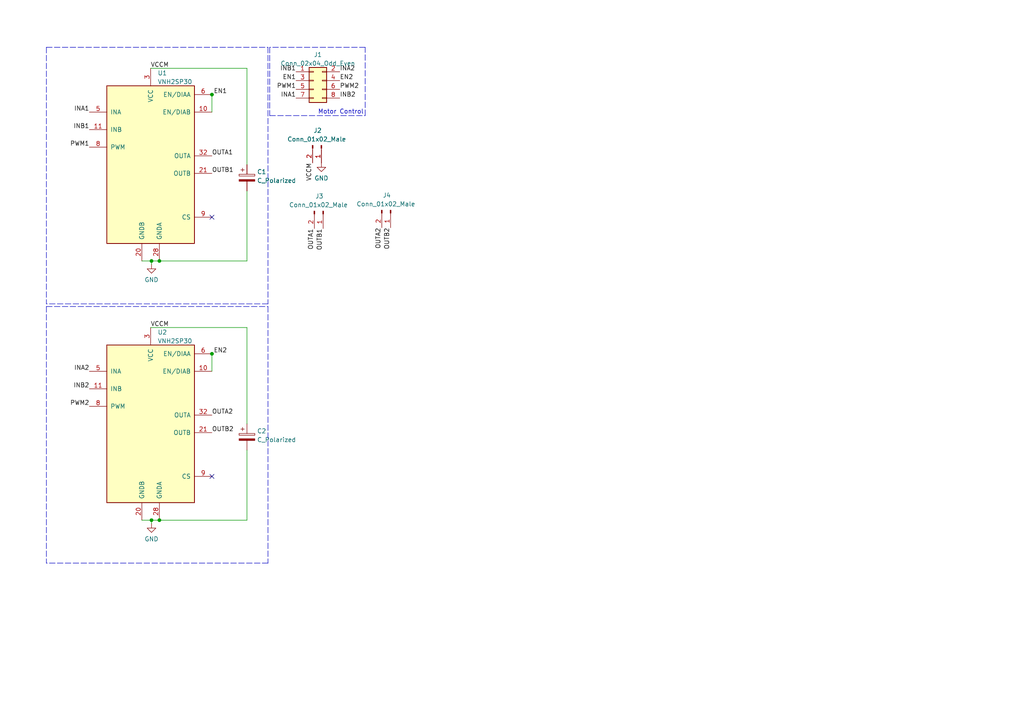
<source format=kicad_sch>
(kicad_sch (version 20211123) (generator eeschema)
  (paper "A4")
  (lib_symbols
    (symbol "Connector:Conn_01x02_Male" (pin_names (offset 1.016) hide)
      (property "Reference" "J" (at 0 2.54 0))
      (property "Value" "Conn_01x02_Male" (at 0 -5.08 0))
      (symbol "Conn_01x02_Male_1_1"
        (polyline (pts (xy 1.27 -2.54) (xy 0.8636 -2.54)) (stroke (width 0.1524)))
        (polyline (pts (xy 1.27 0) (xy 0.8636 0)) (stroke (width 0.1524)))
        (rectangle (start 0.8636 -2.413) (end 0 -2.667) (stroke (width 0.1524)) (fill (type outline)))
        (rectangle (start 0.8636 0.127) (end 0 -0.127) (stroke (width 0.1524)) (fill (type outline)))
        (pin passive line (at 5.08 0 180) (length 3.81) (name "Pin_1") (number "1"))
        (pin passive line (at 5.08 -2.54 180) (length 3.81) (name "Pin_2") (number "2"))
      )
    )
    (symbol "Connector_Generic:Conn_02x04_Odd_Even" (pin_names (offset 1.016) hide)
      (property "Reference" "J" (at 1.27 5.08 0))
      (property "Value" "Conn_02x04_Odd_Even" (at 1.27 -7.62 0))
      (symbol "Conn_02x04_Odd_Even_1_1"
        (rectangle (start -1.27 -4.953) (end 0 -5.207) (stroke (width 0.1524)))
        (rectangle (start -1.27 -2.413) (end 0 -2.667) (stroke (width 0.1524)))
        (rectangle (start -1.27 0.127) (end 0 -0.127) (stroke (width 0.1524)))
        (rectangle (start -1.27 2.667) (end 0 2.413) (stroke (width 0.1524)))
        (rectangle (start -1.27 3.81) (end 3.81 -6.35) (stroke (width 0.254)) (fill (type background)))
        (rectangle (start 3.81 -4.953) (end 2.54 -5.207) (stroke (width 0.1524)))
        (rectangle (start 3.81 -2.413) (end 2.54 -2.667) (stroke (width 0.1524)))
        (rectangle (start 3.81 0.127) (end 2.54 -0.127) (stroke (width 0.1524)))
        (rectangle (start 3.81 2.667) (end 2.54 2.413) (stroke (width 0.1524)))
        (pin passive line (at -5.08 2.54 0) (length 3.81) (name "Pin_1") (number "1"))
        (pin passive line (at 7.62 2.54 180) (length 3.81) (name "Pin_2") (number "2"))
        (pin passive line (at -5.08 0 0) (length 3.81) (name "Pin_3") (number "3"))
        (pin passive line (at 7.62 0 180) (length 3.81) (name "Pin_4") (number "4"))
        (pin passive line (at -5.08 -2.54 0) (length 3.81) (name "Pin_5") (number "5"))
        (pin passive line (at 7.62 -2.54 180) (length 3.81) (name "Pin_6") (number "6"))
        (pin passive line (at -5.08 -5.08 0) (length 3.81) (name "Pin_7") (number "7"))
        (pin passive line (at 7.62 -5.08 180) (length 3.81) (name "Pin_8") (number "8"))
      )
    )
    (symbol "Device:C_Polarized" (pin_numbers hide) (pin_names (offset 0.254))
      (property "Reference" "C" (at 0.635 2.54 0))
      (property "Value" "C_Polarized" (at 0.635 -2.54 0))
      (symbol "C_Polarized_0_1"
        (rectangle (start -2.286 0.508) (end 2.286 1.016))
        (polyline (pts (xy -1.778 2.286) (xy -0.762 2.286)))
        (polyline (pts (xy -1.27 2.794) (xy -1.27 1.778)))
        (rectangle (start 2.286 -0.508) (end -2.286 -1.016) (fill (type outline)))
      )
      (symbol "C_Polarized_1_1"
        (pin passive line (at 0 3.81 270) (length 2.794) (name "~") (number "1"))
        (pin passive line (at 0 -3.81 90) (length 2.794) (name "~") (number "2"))
      )
    )
    (symbol "Driver_Motor:VNH2SP30" (pin_names (offset 1.016))
      (property "Reference" "U" (at -12.7 25.4 0))
      (property "Value" "VNH2SP30" (at 13.97 25.4 0))
      (symbol "VNH2SP30_1_1"
        (rectangle (start -12.7 22.86) (end 12.7 -22.86) (stroke (width 0.254)) (fill (type background)))
        (pin passive line (at 17.78 2.54 180) (length 5.08) hide (name "OUTA") (number "1"))
        (pin output line (at 17.78 15.24 180) (length 5.08) (name "EN/DIAB") (number "10"))
        (pin input line (at -17.78 10.16 0) (length 5.08) (name "INB") (number "11"))
        (pin no_connect line (at -17.78 -7.62 0) (length 5.08) hide (name "NC") (number "12"))
        (pin passive line (at 0 27.94 270) (length 5.08) hide (name "VCC") (number "13"))
        (pin no_connect line (at -17.78 -10.16 0) (length 5.08) hide (name "NC") (number "14"))
        (pin passive line (at 17.78 -2.54 180) (length 5.08) hide (name "OUTB") (number "15"))
        (pin passive line (at 17.78 -2.54 180) (length 5.08) hide (name "OUTB") (number "16"))
        (pin no_connect line (at -17.78 -20.32 0) (length 5.08) hide (name "NC") (number "17"))
        (pin passive line (at -2.54 -27.94 90) (length 5.08) hide (name "GNDB") (number "18"))
        (pin passive line (at -2.54 -27.94 90) (length 5.08) hide (name "GNDB") (number "19"))
        (pin no_connect line (at -17.78 0 0) (length 5.08) hide (name "NC") (number "2"))
        (pin passive line (at -2.54 -27.94 90) (length 5.08) (name "GNDB") (number "20"))
        (pin output line (at 17.78 -2.54 180) (length 5.08) (name "OUTB") (number "21"))
        (pin no_connect line (at -17.78 -17.78 0) (length 5.08) hide (name "NC") (number "22"))
        (pin passive line (at 0 27.94 270) (length 5.08) hide (name "VCC") (number "23"))
        (pin no_connect line (at -17.78 -15.24 0) (length 5.08) hide (name "NC") (number "24"))
        (pin passive line (at 17.78 2.54 180) (length 5.08) hide (name "OUTA") (number "25"))
        (pin passive line (at 2.54 -27.94 90) (length 5.08) hide (name "GNDA") (number "26"))
        (pin passive line (at 2.54 -27.94 90) (length 5.08) hide (name "GNDA") (number "27"))
        (pin passive line (at 2.54 -27.94 90) (length 5.08) (name "GNDA") (number "28"))
        (pin no_connect line (at -17.78 -12.7 0) (length 5.08) hide (name "NC") (number "29"))
        (pin power_in line (at 0 27.94 270) (length 5.08) (name "VCC") (number "3"))
        (pin passive line (at 17.78 2.54 180) (length 5.08) hide (name "OUTA") (number "30"))
        (pin passive line (at 0 27.94 270) (length 5.08) hide (name "VCC") (number "31"))
        (pin passive line (at 17.78 2.54 180) (length 5.08) (name "OUTA") (number "32"))
        (pin passive line (at 17.78 -2.54 180) (length 5.08) hide (name "OUTB") (number "33"))
        (pin no_connect line (at -17.78 -2.54 0) (length 5.08) hide (name "NC") (number "4"))
        (pin input line (at -17.78 15.24 0) (length 5.08) (name "INA") (number "5"))
        (pin output line (at 17.78 20.32 180) (length 5.08) (name "EN/DIAA") (number "6"))
        (pin no_connect line (at -17.78 -5.08 0) (length 5.08) hide (name "NC") (number "7"))
        (pin input line (at -17.78 5.08 0) (length 5.08) (name "PWM") (number "8"))
        (pin output line (at 17.78 -15.24 180) (length 5.08) (name "CS") (number "9"))
      )
    )
    (symbol "power:GND" (power) (pin_names (offset 0))
      (property "Value" "GND" (at 0 -3.81 0))
      (symbol "GND_0_1"
        (polyline (pts (xy 0 0) (xy 0 -1.27) (xy 1.27 -1.27) (xy 0 -2.54) (xy -1.27 -1.27) (xy 0 -1.27)))
      )
      (symbol "GND_1_1"
        (pin power_in line (at 0 0 270) (length 0) hide (name "GND") (number "1"))
      )
    )
  )
  (junction (at 43.942 150.876))
  (junction (at 43.942 75.692))
  (junction (at 46.228 75.692))
  (junction (at 46.228 150.876))
  (junction (at 61.468 102.616))
  (junction (at 61.468 27.432))
  (no_connect (at 61.468 62.992))
  (no_connect (at 61.468 138.176))
  (wire (pts (xy 61.468 102.616) (xy 61.468 107.696)))
  (wire (pts (xy 71.628 75.692) (xy 71.628 55.372)))
  (wire (pts (xy 43.942 75.692) (xy 43.942 76.708)))
  (wire (pts (xy 41.148 150.876) (xy 43.942 150.876)))
  (wire (pts (xy 41.148 75.692) (xy 43.942 75.692)))
  (wire (pts (xy 61.468 102.616) (xy 61.976 102.616)))
  (wire (pts (xy 43.942 150.876) (xy 43.942 151.892)))
  (polyline (pts (xy 77.724 13.716) (xy 77.724 88.138)))
  (wire (pts (xy 71.628 19.812) (xy 43.688 19.812)))
  (polyline (pts (xy 77.724 163.322) (xy 13.462 163.322)))
  (wire (pts (xy 43.942 75.692) (xy 46.228 75.692)))
  (wire (pts (xy 46.228 75.692) (xy 71.628 75.692)))
  (polyline (pts (xy 77.724 88.9) (xy 77.724 163.322)))
  (polyline (pts (xy 78.232 13.716) (xy 78.232 33.528)))
  (wire (pts (xy 71.628 94.996) (xy 43.688 94.996)))
  (polyline (pts (xy 13.462 88.9) (xy 13.462 163.322)))
  (polyline (pts (xy 13.462 13.716) (xy 13.462 88.138)))
  (wire (pts (xy 71.628 47.752) (xy 71.628 19.812)))
  (wire (pts (xy 61.468 27.432) (xy 61.468 32.512)))
  (polyline (pts (xy 105.918 13.716) (xy 78.232 13.716)))
  (polyline (pts (xy 105.918 33.528) (xy 105.918 13.716)))
  (polyline (pts (xy 78.232 33.528) (xy 105.918 33.528)))
  (polyline (pts (xy 77.724 88.138) (xy 13.462 88.138)))
  (wire (pts (xy 46.228 150.876) (xy 71.628 150.876)))
  (wire (pts (xy 43.942 150.876) (xy 46.228 150.876)))
  (polyline (pts (xy 13.462 88.9) (xy 77.724 88.9)))
  (wire (pts (xy 71.628 150.876) (xy 71.628 130.556)))
  (polyline (pts (xy 13.462 13.716) (xy 77.724 13.716)))
  (wire (pts (xy 71.628 122.936) (xy 71.628 94.996)))
  (wire (pts (xy 61.468 27.432) (xy 61.976 27.432)))
  (text "Motor Control\n" (at 92.202 33.274 0) (effects (font (size 1.27 1.27)) (justify left bottom)))
  (label "PWM2" (at 25.908 117.856 180))
  (label "OUTA2" (at 110.744 66.04 270))
  (label "OUTA2" (at 61.468 120.396 0))
  (label "INB2" (at 98.552 28.448 0))
  (label "INA2" (at 25.908 107.696 180))
  (label "INA1" (at 85.852 28.448 180))
  (label "INA1" (at 25.908 32.512 180))
  (label "EN2" (at 61.976 102.616 0))
  (label "OUTB1" (at 93.726 66.294 270))
  (label "OUTA1" (at 61.468 45.212 0))
  (label "OUTA1" (at 91.186 66.294 270))
  (label "EN1" (at 61.976 27.432 0))
  (label "PWM2" (at 98.552 25.908 0))
  (label "OUTB2" (at 61.468 125.476 0))
  (label "VCCM" (at 90.678 47.244 270))
  (label "INA2" (at 98.552 20.828 0))
  (label "INB1" (at 25.908 37.592 180))
  (label "VCCM" (at 43.688 19.812 0))
  (label "VCCM" (at 43.688 94.996 0))
  (label "OUTB1" (at 61.468 50.292 0))
  (label "EN1" (at 85.852 23.368 180))
  (label "INB1" (at 85.852 20.828 180))
  (label "PWM1" (at 85.852 25.908 180))
  (label "PWM1" (at 25.908 42.672 180))
  (label "EN2" (at 98.552 23.368 0))
  (label "INB2" (at 25.908 112.776 180))
  (label "OUTB2" (at 113.284 66.04 270))
  (symbol (lib_id "power:GND") (at 43.942 76.708 0) (unit 1)
    (property "Reference" "#PWR01" (effects hide))
    (property "Value" "GND" (at 43.942 81.1514 0))
  )
  (symbol (lib_id "Connector_Generic:Conn_02x04_Odd_Even") (at 90.932 23.368 0) (unit 1)
    (property "Reference" "J1" (at 92.202 15.8582 0))
    (property "Value" "Conn_02x04_Odd_Even" (at 92.202 18.3951 0))
    (property "Footprint" "Connector_IDC:IDC-Header_2x04_P2.54mm_Vertical" (effects hide))
  )
  (symbol (lib_id "Connector:Conn_01x02_Male") (at 93.218 42.164 270) (unit 1)
    (property "Reference" "J2" (at 90.932 37.846 90) (effects (justify left)))
    (property "Value" "Conn_01x02_Male" (at 83.312 40.386 90) (effects (justify left)))
    (property "Footprint" "TerminalBlock:TerminalBlock_bornier-2_P5.08mm" (effects hide))
  )
  (symbol (lib_id "power:GND") (at 93.218 47.244 0) (unit 1)
    (property "Reference" "#PWR03" (effects hide))
    (property "Value" "GND" (at 93.218 51.6874 0))
  )
  (symbol (lib_id "Connector:Conn_01x02_Male") (at 93.726 61.214 270) (unit 1)
    (property "Reference" "J3" (at 91.44 56.896 90) (effects (justify left)))
    (property "Value" "Conn_01x02_Male" (at 83.82 59.436 90) (effects (justify left)))
    (property "Footprint" "TerminalBlock:TerminalBlock_bornier-2_P5.08mm" (effects hide))
  )
  (symbol (lib_id "Driver_Motor:VNH2SP30") (at 43.688 122.936 0) (unit 1)
    (property "Reference" "U2" (at 45.7074 96.3762 0) (effects (justify left)))
    (property "Value" "VNH2SP30" (at 45.7074 98.9131 0) (effects (justify left)))
    (property "Footprint" "Package_SO:ST_MultiPowerSO-30" (effects hide))
    (property "Datasheet" "http://www.st.com/content/ccc/resource/technical/document/datasheet/group2/66/b8/f5/2c/9a/66/41/c7/CD00043711/files/CD00043711.pdf/jcr:content/translations/en.CD00043711.pdf" (effects hide))
  )
  (symbol (lib_id "Device:C_Polarized") (at 71.628 51.562 0) (unit 1)
    (property "Reference" "C1" (at 74.549 49.8383 0) (effects (justify left)))
    (property "Value" "C_Polarized" (at 74.549 52.3752 0) (effects (justify left)))
    (property "Footprint" "Capacitor_SMD:CP_Elec_5x5.3" (effects hide))
  )
  (symbol (lib_id "Device:C_Polarized") (at 71.628 126.746 0) (unit 1)
    (property "Reference" "C2" (at 74.549 125.0223 0) (effects (justify left)))
    (property "Value" "C_Polarized" (at 74.549 127.5592 0) (effects (justify left)))
    (property "Footprint" "Capacitor_SMD:CP_Elec_5x5.3" (effects hide))
  )
  (symbol (lib_id "power:GND") (at 43.942 151.892 0) (unit 1)
    (property "Reference" "#PWR02" (effects hide))
    (property "Value" "GND" (at 43.942 156.3354 0))
  )
  (symbol (lib_id "Connector:Conn_01x02_Male") (at 113.284 60.96 270) (unit 1)
    (property "Reference" "J4" (at 110.998 56.642 90) (effects (justify left)))
    (property "Value" "Conn_01x02_Male" (at 103.378 59.182 90) (effects (justify left)))
    (property "Footprint" "TerminalBlock:TerminalBlock_bornier-2_P5.08mm" (effects hide))
  )
  (symbol (lib_id "Driver_Motor:VNH2SP30") (at 43.688 47.752 0) (unit 1)
    (property "Reference" "U1" (at 45.7074 21.1922 0) (effects (justify left)))
    (property "Value" "VNH2SP30" (at 45.7074 23.7291 0) (effects (justify left)))
    (property "Footprint" "Package_SO:ST_MultiPowerSO-30" (effects hide))
    (property "Datasheet" "http://www.st.com/content/ccc/resource/technical/document/datasheet/group2/66/b8/f5/2c/9a/66/41/c7/CD00043711/files/CD00043711.pdf/jcr:content/translations/en.CD00043711.pdf" (effects hide))
  )
)
</source>
